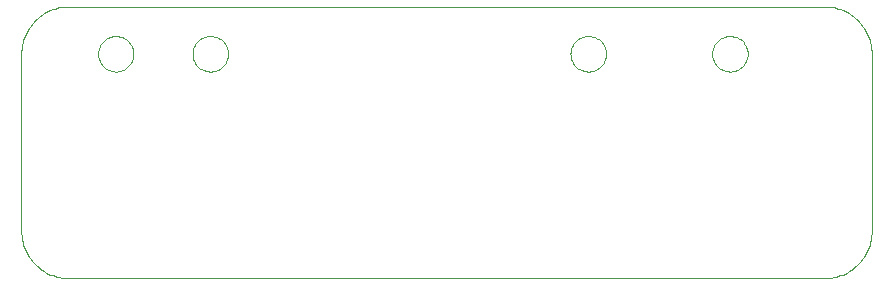
<source format=gko>
G75*
G70*
%OFA0B0*%
%FSLAX24Y24*%
%IPPOS*%
%LPD*%
%AMOC8*
5,1,8,0,0,1.08239X$1,22.5*
%
%ADD10C,0.0000*%
D10*
X018222Y002079D02*
X018222Y007984D01*
X018224Y008061D01*
X018230Y008138D01*
X018239Y008215D01*
X018252Y008291D01*
X018269Y008367D01*
X018290Y008441D01*
X018314Y008515D01*
X018342Y008587D01*
X018373Y008657D01*
X018408Y008726D01*
X018446Y008794D01*
X018487Y008859D01*
X018532Y008922D01*
X018580Y008983D01*
X018630Y009042D01*
X018683Y009098D01*
X018739Y009151D01*
X018798Y009201D01*
X018859Y009249D01*
X018922Y009294D01*
X018987Y009335D01*
X019055Y009373D01*
X019124Y009408D01*
X019194Y009439D01*
X019266Y009467D01*
X019340Y009491D01*
X019414Y009512D01*
X019490Y009529D01*
X019566Y009542D01*
X019643Y009551D01*
X019720Y009557D01*
X019797Y009559D01*
X044994Y009559D01*
X045071Y009557D01*
X045148Y009551D01*
X045225Y009542D01*
X045301Y009529D01*
X045377Y009512D01*
X045451Y009491D01*
X045525Y009467D01*
X045597Y009439D01*
X045667Y009408D01*
X045736Y009373D01*
X045804Y009335D01*
X045869Y009294D01*
X045932Y009249D01*
X045993Y009201D01*
X046052Y009151D01*
X046108Y009098D01*
X046161Y009042D01*
X046211Y008983D01*
X046259Y008922D01*
X046304Y008859D01*
X046345Y008794D01*
X046383Y008726D01*
X046418Y008657D01*
X046449Y008587D01*
X046477Y008515D01*
X046501Y008441D01*
X046522Y008367D01*
X046539Y008291D01*
X046552Y008215D01*
X046561Y008138D01*
X046567Y008061D01*
X046569Y007984D01*
X046569Y002079D01*
X046567Y002002D01*
X046561Y001925D01*
X046552Y001848D01*
X046539Y001772D01*
X046522Y001696D01*
X046501Y001622D01*
X046477Y001548D01*
X046449Y001476D01*
X046418Y001406D01*
X046383Y001337D01*
X046345Y001269D01*
X046304Y001204D01*
X046259Y001141D01*
X046211Y001080D01*
X046161Y001021D01*
X046108Y000965D01*
X046052Y000912D01*
X045993Y000862D01*
X045932Y000814D01*
X045869Y000769D01*
X045804Y000728D01*
X045736Y000690D01*
X045667Y000655D01*
X045597Y000624D01*
X045525Y000596D01*
X045451Y000572D01*
X045377Y000551D01*
X045301Y000534D01*
X045225Y000521D01*
X045148Y000512D01*
X045071Y000506D01*
X044994Y000504D01*
X019797Y000504D01*
X019720Y000506D01*
X019643Y000512D01*
X019566Y000521D01*
X019490Y000534D01*
X019414Y000551D01*
X019340Y000572D01*
X019266Y000596D01*
X019194Y000624D01*
X019124Y000655D01*
X019055Y000690D01*
X018987Y000728D01*
X018922Y000769D01*
X018859Y000814D01*
X018798Y000862D01*
X018739Y000912D01*
X018683Y000965D01*
X018630Y001021D01*
X018580Y001080D01*
X018532Y001141D01*
X018487Y001204D01*
X018446Y001269D01*
X018408Y001337D01*
X018373Y001406D01*
X018342Y001476D01*
X018314Y001548D01*
X018290Y001622D01*
X018269Y001696D01*
X018252Y001772D01*
X018239Y001848D01*
X018230Y001925D01*
X018224Y002002D01*
X018222Y002079D01*
X020781Y007984D02*
X020783Y008032D01*
X020789Y008080D01*
X020799Y008127D01*
X020812Y008173D01*
X020830Y008218D01*
X020850Y008262D01*
X020875Y008304D01*
X020903Y008343D01*
X020933Y008380D01*
X020967Y008414D01*
X021004Y008446D01*
X021042Y008475D01*
X021083Y008500D01*
X021126Y008522D01*
X021171Y008540D01*
X021217Y008554D01*
X021264Y008565D01*
X021312Y008572D01*
X021360Y008575D01*
X021408Y008574D01*
X021456Y008569D01*
X021504Y008560D01*
X021550Y008548D01*
X021595Y008531D01*
X021639Y008511D01*
X021681Y008488D01*
X021721Y008461D01*
X021759Y008431D01*
X021794Y008398D01*
X021826Y008362D01*
X021856Y008324D01*
X021882Y008283D01*
X021904Y008240D01*
X021924Y008196D01*
X021939Y008151D01*
X021951Y008104D01*
X021959Y008056D01*
X021963Y008008D01*
X021963Y007960D01*
X021959Y007912D01*
X021951Y007864D01*
X021939Y007817D01*
X021924Y007772D01*
X021904Y007728D01*
X021882Y007685D01*
X021856Y007644D01*
X021826Y007606D01*
X021794Y007570D01*
X021759Y007537D01*
X021721Y007507D01*
X021681Y007480D01*
X021639Y007457D01*
X021595Y007437D01*
X021550Y007420D01*
X021504Y007408D01*
X021456Y007399D01*
X021408Y007394D01*
X021360Y007393D01*
X021312Y007396D01*
X021264Y007403D01*
X021217Y007414D01*
X021171Y007428D01*
X021126Y007446D01*
X021083Y007468D01*
X021042Y007493D01*
X021004Y007522D01*
X020967Y007554D01*
X020933Y007588D01*
X020903Y007625D01*
X020875Y007664D01*
X020850Y007706D01*
X020830Y007750D01*
X020812Y007795D01*
X020799Y007841D01*
X020789Y007888D01*
X020783Y007936D01*
X020781Y007984D01*
X023931Y007984D02*
X023933Y008032D01*
X023939Y008080D01*
X023949Y008127D01*
X023962Y008173D01*
X023980Y008218D01*
X024000Y008262D01*
X024025Y008304D01*
X024053Y008343D01*
X024083Y008380D01*
X024117Y008414D01*
X024154Y008446D01*
X024192Y008475D01*
X024233Y008500D01*
X024276Y008522D01*
X024321Y008540D01*
X024367Y008554D01*
X024414Y008565D01*
X024462Y008572D01*
X024510Y008575D01*
X024558Y008574D01*
X024606Y008569D01*
X024654Y008560D01*
X024700Y008548D01*
X024745Y008531D01*
X024789Y008511D01*
X024831Y008488D01*
X024871Y008461D01*
X024909Y008431D01*
X024944Y008398D01*
X024976Y008362D01*
X025006Y008324D01*
X025032Y008283D01*
X025054Y008240D01*
X025074Y008196D01*
X025089Y008151D01*
X025101Y008104D01*
X025109Y008056D01*
X025113Y008008D01*
X025113Y007960D01*
X025109Y007912D01*
X025101Y007864D01*
X025089Y007817D01*
X025074Y007772D01*
X025054Y007728D01*
X025032Y007685D01*
X025006Y007644D01*
X024976Y007606D01*
X024944Y007570D01*
X024909Y007537D01*
X024871Y007507D01*
X024831Y007480D01*
X024789Y007457D01*
X024745Y007437D01*
X024700Y007420D01*
X024654Y007408D01*
X024606Y007399D01*
X024558Y007394D01*
X024510Y007393D01*
X024462Y007396D01*
X024414Y007403D01*
X024367Y007414D01*
X024321Y007428D01*
X024276Y007446D01*
X024233Y007468D01*
X024192Y007493D01*
X024154Y007522D01*
X024117Y007554D01*
X024083Y007588D01*
X024053Y007625D01*
X024025Y007664D01*
X024000Y007706D01*
X023980Y007750D01*
X023962Y007795D01*
X023949Y007841D01*
X023939Y007888D01*
X023933Y007936D01*
X023931Y007984D01*
X036529Y007984D02*
X036531Y008032D01*
X036537Y008080D01*
X036547Y008127D01*
X036560Y008173D01*
X036578Y008218D01*
X036598Y008262D01*
X036623Y008304D01*
X036651Y008343D01*
X036681Y008380D01*
X036715Y008414D01*
X036752Y008446D01*
X036790Y008475D01*
X036831Y008500D01*
X036874Y008522D01*
X036919Y008540D01*
X036965Y008554D01*
X037012Y008565D01*
X037060Y008572D01*
X037108Y008575D01*
X037156Y008574D01*
X037204Y008569D01*
X037252Y008560D01*
X037298Y008548D01*
X037343Y008531D01*
X037387Y008511D01*
X037429Y008488D01*
X037469Y008461D01*
X037507Y008431D01*
X037542Y008398D01*
X037574Y008362D01*
X037604Y008324D01*
X037630Y008283D01*
X037652Y008240D01*
X037672Y008196D01*
X037687Y008151D01*
X037699Y008104D01*
X037707Y008056D01*
X037711Y008008D01*
X037711Y007960D01*
X037707Y007912D01*
X037699Y007864D01*
X037687Y007817D01*
X037672Y007772D01*
X037652Y007728D01*
X037630Y007685D01*
X037604Y007644D01*
X037574Y007606D01*
X037542Y007570D01*
X037507Y007537D01*
X037469Y007507D01*
X037429Y007480D01*
X037387Y007457D01*
X037343Y007437D01*
X037298Y007420D01*
X037252Y007408D01*
X037204Y007399D01*
X037156Y007394D01*
X037108Y007393D01*
X037060Y007396D01*
X037012Y007403D01*
X036965Y007414D01*
X036919Y007428D01*
X036874Y007446D01*
X036831Y007468D01*
X036790Y007493D01*
X036752Y007522D01*
X036715Y007554D01*
X036681Y007588D01*
X036651Y007625D01*
X036623Y007664D01*
X036598Y007706D01*
X036578Y007750D01*
X036560Y007795D01*
X036547Y007841D01*
X036537Y007888D01*
X036531Y007936D01*
X036529Y007984D01*
X041253Y007984D02*
X041255Y008032D01*
X041261Y008080D01*
X041271Y008127D01*
X041284Y008173D01*
X041302Y008218D01*
X041322Y008262D01*
X041347Y008304D01*
X041375Y008343D01*
X041405Y008380D01*
X041439Y008414D01*
X041476Y008446D01*
X041514Y008475D01*
X041555Y008500D01*
X041598Y008522D01*
X041643Y008540D01*
X041689Y008554D01*
X041736Y008565D01*
X041784Y008572D01*
X041832Y008575D01*
X041880Y008574D01*
X041928Y008569D01*
X041976Y008560D01*
X042022Y008548D01*
X042067Y008531D01*
X042111Y008511D01*
X042153Y008488D01*
X042193Y008461D01*
X042231Y008431D01*
X042266Y008398D01*
X042298Y008362D01*
X042328Y008324D01*
X042354Y008283D01*
X042376Y008240D01*
X042396Y008196D01*
X042411Y008151D01*
X042423Y008104D01*
X042431Y008056D01*
X042435Y008008D01*
X042435Y007960D01*
X042431Y007912D01*
X042423Y007864D01*
X042411Y007817D01*
X042396Y007772D01*
X042376Y007728D01*
X042354Y007685D01*
X042328Y007644D01*
X042298Y007606D01*
X042266Y007570D01*
X042231Y007537D01*
X042193Y007507D01*
X042153Y007480D01*
X042111Y007457D01*
X042067Y007437D01*
X042022Y007420D01*
X041976Y007408D01*
X041928Y007399D01*
X041880Y007394D01*
X041832Y007393D01*
X041784Y007396D01*
X041736Y007403D01*
X041689Y007414D01*
X041643Y007428D01*
X041598Y007446D01*
X041555Y007468D01*
X041514Y007493D01*
X041476Y007522D01*
X041439Y007554D01*
X041405Y007588D01*
X041375Y007625D01*
X041347Y007664D01*
X041322Y007706D01*
X041302Y007750D01*
X041284Y007795D01*
X041271Y007841D01*
X041261Y007888D01*
X041255Y007936D01*
X041253Y007984D01*
M02*

</source>
